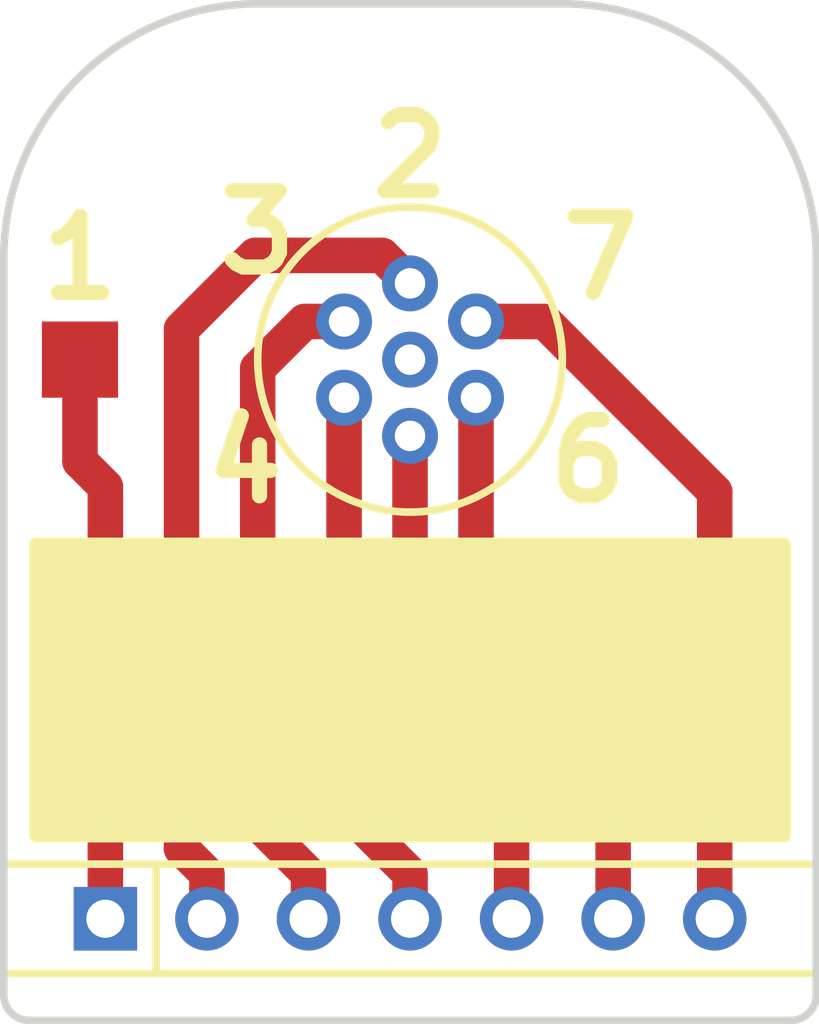
<source format=kicad_pcb>
(kicad_pcb (version 4) (host pcbnew 4.0.7-e2-6376~58~ubuntu16.04.1)

  (general
    (links 7)
    (no_connects 7)
    (area 143.924999 99.924999 160.075001 120.075001)
    (thickness 1.6)
    (drawings 14)
    (tracks 31)
    (zones 0)
    (modules 3)
    (nets 9)
  )

  (page A4)
  (layers
    (0 F.Cu signal)
    (31 B.Cu signal)
    (32 B.Adhes user)
    (33 F.Adhes user)
    (34 B.Paste user)
    (35 F.Paste user)
    (36 B.SilkS user)
    (37 F.SilkS user)
    (38 B.Mask user)
    (39 F.Mask user)
    (40 Dwgs.User user)
    (41 Cmts.User user)
    (42 Eco1.User user)
    (43 Eco2.User user)
    (44 Edge.Cuts user)
    (45 Margin user)
    (46 B.CrtYd user)
    (47 F.CrtYd user)
    (48 B.Fab user)
    (49 F.Fab user)
  )

  (setup
    (last_trace_width 0.7)
    (trace_clearance 0.2)
    (zone_clearance 0.508)
    (zone_45_only no)
    (trace_min 0.2)
    (segment_width 0.2)
    (edge_width 0.15)
    (via_size 0.6)
    (via_drill 0.4)
    (via_min_size 0.4)
    (via_min_drill 0.3)
    (uvia_size 0.3)
    (uvia_drill 0.1)
    (uvias_allowed no)
    (uvia_min_size 0.2)
    (uvia_min_drill 0.1)
    (pcb_text_width 0.3)
    (pcb_text_size 1.5 1.5)
    (mod_edge_width 0.15)
    (mod_text_size 1 1)
    (mod_text_width 0.15)
    (pad_size 1.524 1.524)
    (pad_drill 0.762)
    (pad_to_mask_clearance 0.2)
    (aux_axis_origin 0 0)
    (visible_elements FFFFFF7F)
    (pcbplotparams
      (layerselection 0x00030_80000001)
      (usegerberextensions false)
      (excludeedgelayer true)
      (linewidth 0.100000)
      (plotframeref false)
      (viasonmask false)
      (mode 1)
      (useauxorigin false)
      (hpglpennumber 1)
      (hpglpenspeed 20)
      (hpglpendiameter 15)
      (hpglpenoverlay 2)
      (psnegative false)
      (psa4output false)
      (plotreference true)
      (plotvalue true)
      (plotinvisibletext false)
      (padsonsilk false)
      (subtractmaskfromsilk false)
      (outputformat 1)
      (mirror false)
      (drillshape 1)
      (scaleselection 1)
      (outputdirectory ""))
  )

  (net 0 "")
  (net 1 "Net-(J1-Pad1)")
  (net 2 "Net-(J2-Pad2)")
  (net 3 "Net-(J2-Pad3)")
  (net 4 "Net-(J2-Pad4)")
  (net 5 "Net-(J2-Pad5)")
  (net 6 "Net-(J2-Pad6)")
  (net 7 "Net-(J2-Pad7)")
  (net 8 "Net-(J3-Pad1)")

  (net_class Default "This is the default net class."
    (clearance 0.2)
    (trace_width 0.7)
    (via_dia 0.6)
    (via_drill 0.4)
    (uvia_dia 0.3)
    (uvia_drill 0.1)
    (add_net "Net-(J1-Pad1)")
    (add_net "Net-(J2-Pad2)")
    (add_net "Net-(J2-Pad3)")
    (add_net "Net-(J2-Pad4)")
    (add_net "Net-(J2-Pad5)")
    (add_net "Net-(J2-Pad6)")
    (add_net "Net-(J2-Pad7)")
    (add_net "Net-(J3-Pad1)")
  )

  (module fisher:UR01-07-7 (layer F.Cu) (tedit 5C86D41A) (tstamp 5C86D3A6)
    (at 152 107)
    (path /5C86D22B)
    (fp_text reference J3 (at 0 -4) (layer F.SilkS) hide
      (effects (font (size 1.2 1.2) (thickness 0.15)))
    )
    (fp_text value UR01-07-7 (at 0 3.025) (layer F.Fab) hide
      (effects (font (size 1.2 1.2) (thickness 0.15)))
    )
    (fp_circle (center 0 0) (end 7 0) (layer F.CrtYd) (width 0.15))
    (fp_circle (center 0 0) (end 0 3) (layer F.SilkS) (width 0.15))
    (pad 2 thru_hole oval (at 0 -1.5) (size 1.1 1.1) (drill 0.6) (layers *.Cu *.Mask)
      (net 2 "Net-(J2-Pad2)"))
    (pad 3 thru_hole oval (at -1.299038 -0.75) (size 1.1 1.1) (drill 0.6) (layers *.Cu *.Mask)
      (net 3 "Net-(J2-Pad3)"))
    (pad 4 thru_hole oval (at -1.299038 0.749999) (size 1.1 1.1) (drill 0.6) (layers *.Cu *.Mask)
      (net 4 "Net-(J2-Pad4)"))
    (pad 5 thru_hole oval (at 0 1.5) (size 1.1 1.1) (drill 0.6) (layers *.Cu *.Mask)
      (net 5 "Net-(J2-Pad5)"))
    (pad 6 thru_hole oval (at 1.299038 0.75) (size 1.1 1.1) (drill 0.6) (layers *.Cu *.Mask)
      (net 6 "Net-(J2-Pad6)"))
    (pad 7 thru_hole oval (at 1.299038 -0.75) (size 1.1 1.1) (drill 0.6) (layers *.Cu *.Mask)
      (net 7 "Net-(J2-Pad7)"))
    (pad 1 thru_hole circle (at 0 0) (size 1.1 1.1) (drill 0.6) (layers *.Cu *.Mask)
      (net 8 "Net-(J3-Pad1)"))
  )

  (module Measurement_Points:Measurement_Point_Square-SMD-Pad_Small (layer F.Cu) (tedit 5C86D416) (tstamp 5C86D466)
    (at 145.5 107)
    (descr "Mesurement Point, Square, SMD Pad,  1.5mm x 1.5mm,")
    (tags "Mesurement Point Square SMD Pad 1.5x1.5mm")
    (path /5C86D300)
    (attr virtual)
    (fp_text reference J1 (at 0 -2) (layer F.SilkS) hide
      (effects (font (size 1 1) (thickness 0.15)))
    )
    (fp_text value Conn_01x01 (at 0 2) (layer F.Fab) hide
      (effects (font (size 1 1) (thickness 0.15)))
    )
    (fp_line (start -1 -1) (end 1 -1) (layer F.CrtYd) (width 0.05))
    (fp_line (start 1 -1) (end 1 1) (layer F.CrtYd) (width 0.05))
    (fp_line (start 1 1) (end -1 1) (layer F.CrtYd) (width 0.05))
    (fp_line (start -1 1) (end -1 -1) (layer F.CrtYd) (width 0.05))
    (pad 1 smd rect (at 0 0) (size 1.5 1.5) (layers F.Cu F.Mask)
      (net 1 "Net-(J1-Pad1)"))
  )

  (module "jstpa: B07B-PASK-1(LF)(SN)" (layer F.Cu) (tedit 5C86D67C) (tstamp 5C86D5FB)
    (at 152 118)
    (path /5C86D1F9)
    (fp_text reference J2 (at 0 2.275) (layer F.SilkS) hide
      (effects (font (size 1.2 1.2) (thickness 0.15)))
    )
    (fp_text value "B07B-PASK-1(LF)(SN) " (at 0 -2.275) (layer F.Fab) hide
      (effects (font (size 1.2 1.2) (thickness 0.15)))
    )
    (fp_line (start -8 -1.075) (end 8 -1.075) (layer F.SilkS) (width 0.15))
    (fp_line (start 8 -1.075) (end 8 1.075) (layer F.SilkS) (width 0.15))
    (fp_line (start 8 1.075) (end -8 1.075) (layer F.SilkS) (width 0.15))
    (fp_line (start -8 1.075) (end -8 -1.075) (layer F.SilkS) (width 0.15))
    (fp_line (start -5 -1.075) (end -5 1.075) (layer F.SilkS) (width 0.15))
    (pad 1 thru_hole rect (at -6 0) (size 1.25 1.25) (drill 0.75) (layers *.Cu *.Mask)
      (net 1 "Net-(J1-Pad1)"))
    (pad 2 thru_hole circle (at -4 0) (size 1.25 1.25) (drill 0.75) (layers *.Cu *.Mask)
      (net 2 "Net-(J2-Pad2)"))
    (pad 3 thru_hole circle (at -2 0) (size 1.25 1.25) (drill 0.75) (layers *.Cu *.Mask)
      (net 3 "Net-(J2-Pad3)"))
    (pad 4 thru_hole circle (at 0 0) (size 1.25 1.25) (drill 0.75) (layers *.Cu *.Mask)
      (net 4 "Net-(J2-Pad4)"))
    (pad 5 thru_hole circle (at 2 0) (size 1.25 1.25) (drill 0.75) (layers *.Cu *.Mask)
      (net 5 "Net-(J2-Pad5)"))
    (pad 6 thru_hole circle (at 4 0) (size 1.25 1.25) (drill 0.75) (layers *.Cu *.Mask)
      (net 6 "Net-(J2-Pad6)"))
    (pad 7 thru_hole circle (at 6 0) (size 1.25 1.25) (drill 0.75) (layers *.Cu *.Mask)
      (net 7 "Net-(J2-Pad7)"))
  )

  (gr_text 1 (at 145.5 105) (layer F.SilkS)
    (effects (font (size 1.5 1.5) (thickness 0.3)))
  )
  (gr_text 7 (at 155.75 105) (layer F.SilkS)
    (effects (font (size 1.5 1.5) (thickness 0.3)))
  )
  (gr_text 6 (at 155.5 109) (layer F.SilkS)
    (effects (font (size 1.5 1.5) (thickness 0.3)))
  )
  (gr_text 4 (at 148.75 109) (layer F.SilkS)
    (effects (font (size 1.5 1.5) (thickness 0.3)))
  )
  (gr_text 3 (at 149 104.5) (layer F.SilkS)
    (effects (font (size 1.5 1.5) (thickness 0.3)))
  )
  (gr_text 2 (at 152 103) (layer F.SilkS)
    (effects (font (size 1.5 1.5) (thickness 0.3)))
  )
  (gr_arc (start 159.5 119.5) (end 160 119.5) (angle 90) (layer Edge.Cuts) (width 0.15))
  (gr_arc (start 144.5 119.5) (end 144.5 120) (angle 90) (layer Edge.Cuts) (width 0.15))
  (gr_arc (start 155 105) (end 155 100) (angle 90) (layer Edge.Cuts) (width 0.15))
  (gr_arc (start 149 105) (end 144 105) (angle 90) (layer Edge.Cuts) (width 0.15))
  (gr_line (start 144 105) (end 144 119.5) (layer Edge.Cuts) (width 0.15))
  (gr_line (start 155 100) (end 149 100) (layer Edge.Cuts) (width 0.15))
  (gr_line (start 160 119.5) (end 160 105) (layer Edge.Cuts) (width 0.15))
  (gr_line (start 144.5 120) (end 159.5 120) (layer Edge.Cuts) (width 0.15))

  (segment (start 146 109.5) (end 145.5 109) (width 0.7) (layer F.Cu) (net 1))
  (segment (start 145.5 109) (end 145.5 107) (width 0.7) (layer F.Cu) (net 1))
  (segment (start 146 118) (end 146 109.5) (width 0.7) (layer F.Cu) (net 1))
  (segment (start 148.949999 104.950001) (end 147.5 106.4) (width 0.7) (layer F.Cu) (net 2))
  (segment (start 148 117.116117) (end 147.5 116.616117) (width 0.7) (layer F.Cu) (net 2))
  (segment (start 148 118) (end 148 117.116117) (width 0.7) (layer F.Cu) (net 2))
  (segment (start 147.5 116.616117) (end 147.5 106.4) (width 0.7) (layer F.Cu) (net 2))
  (segment (start 152 105.5) (end 151.450001 104.950001) (width 0.7) (layer F.Cu) (net 2))
  (segment (start 151.450001 104.950001) (end 148.949999 104.950001) (width 0.7) (layer F.Cu) (net 2))
  (segment (start 150 118) (end 150 117.116117) (width 0.7) (layer F.Cu) (net 3))
  (segment (start 150 117.116117) (end 149 116.116117) (width 0.7) (layer F.Cu) (net 3))
  (segment (start 149 116.116117) (end 149 107.173145) (width 0.7) (layer F.Cu) (net 3))
  (segment (start 149 107.173145) (end 149.923145 106.25) (width 0.7) (layer F.Cu) (net 3))
  (segment (start 149.923145 106.25) (end 150.700962 106.25) (width 0.7) (layer F.Cu) (net 3))
  (segment (start 150.700962 107.749999) (end 150.700962 111.5) (width 0.7) (layer F.Cu) (net 4))
  (segment (start 150.700962 111.5) (end 150.700962 112.299038) (width 0.7) (layer F.Cu) (net 4))
  (segment (start 152 117.116117) (end 150.700962 115.817079) (width 0.7) (layer F.Cu) (net 4))
  (segment (start 152 118) (end 152 117.116117) (width 0.7) (layer F.Cu) (net 4))
  (segment (start 150.700962 115.817079) (end 150.700962 111.5) (width 0.7) (layer F.Cu) (net 4))
  (segment (start 152 108.5) (end 152 113.8) (width 0.7) (layer F.Cu) (net 5))
  (segment (start 152 113.8) (end 154 115.8) (width 0.7) (layer F.Cu) (net 5))
  (segment (start 154 115.8) (end 154 118) (width 0.7) (layer F.Cu) (net 5))
  (segment (start 156 118) (end 156 115) (width 0.7) (layer F.Cu) (net 6))
  (segment (start 156 115) (end 153.299038 112.299038) (width 0.7) (layer F.Cu) (net 6))
  (segment (start 153.299038 112.299038) (end 154.4 113.4) (width 0.7) (layer F.Cu) (net 6))
  (segment (start 153.299038 107.75) (end 153.299038 112.299038) (width 0.7) (layer F.Cu) (net 6))
  (segment (start 154.65 106.25) (end 155.9 107.5) (width 0.7) (layer F.Cu) (net 7))
  (segment (start 155.9 107.5) (end 156.4 108) (width 0.7) (layer F.Cu) (net 7))
  (segment (start 158 118) (end 158 109.6) (width 0.7) (layer F.Cu) (net 7))
  (segment (start 158 109.6) (end 155.9 107.5) (width 0.7) (layer F.Cu) (net 7))
  (segment (start 153.299038 106.25) (end 154.65 106.25) (width 0.7) (layer F.Cu) (net 7))

  (zone (net 0) (net_name "") (layer F.SilkS) (tstamp 0) (hatch edge 0.508)
    (connect_pads (clearance 0.508))
    (min_thickness 0.254)
    (fill yes (arc_segments 16) (thermal_gap 0.508) (thermal_bridge_width 0.508))
    (polygon
      (pts
        (xy 144.5 110.5) (xy 159.5 110.5) (xy 159.5 116.5) (xy 144.5 116.5)
      )
    )
    (filled_polygon
      (pts
        (xy 159.373 116.373) (xy 144.627 116.373) (xy 144.627 110.627) (xy 159.373 110.627)
      )
    )
  )
)

</source>
